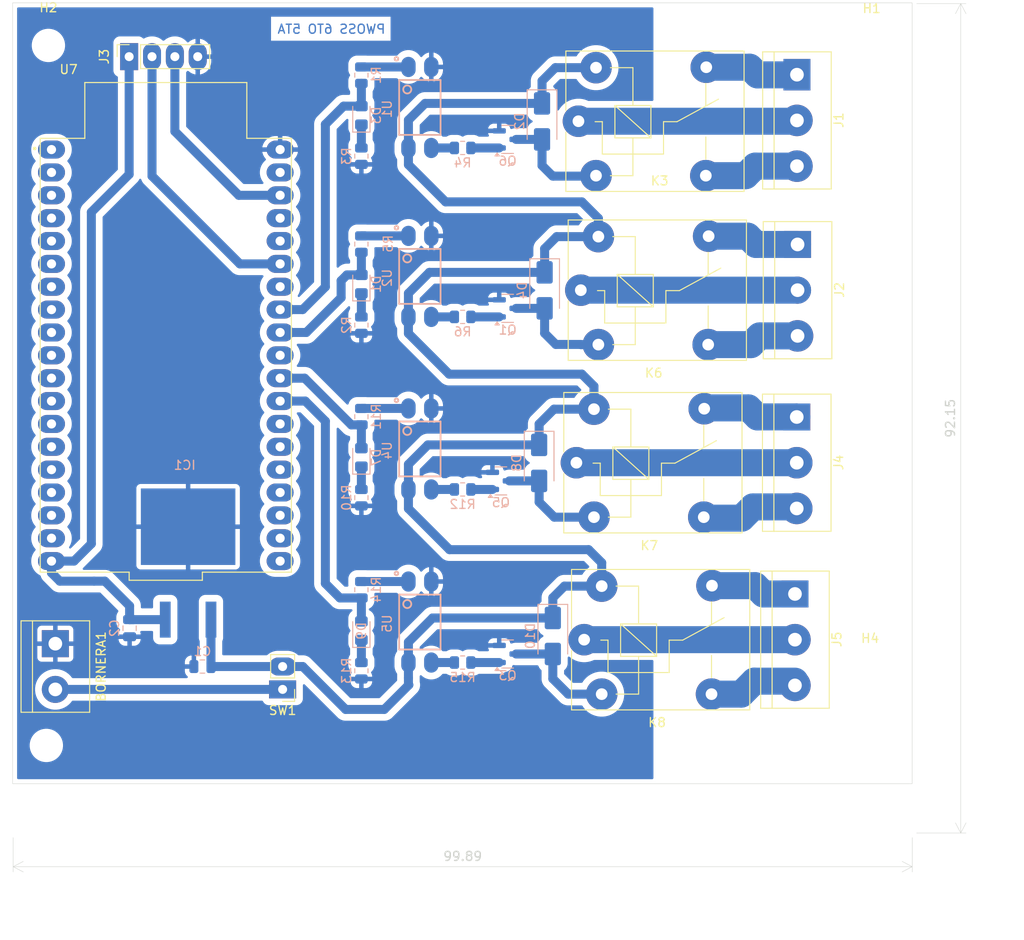
<source format=kicad_pcb>
(kicad_pcb (version 20241229) (generator "pcbnew") (generator_version "9.0")
  (layers (0 "F.Cu" signal) (2 "B.Cu" signal) (13 "F.Paste" user) (15 "B.Paste" user) (5 "F.SilkS" user "F.Silkscreen") (7 "B.SilkS" user "B.Silkscreen") (1 "F.Mask" user) (3 "B.Mask" user) (25 "Edge.Cuts" user))
  (net 0 "")
  (net 1 "Net-(BORNERA1-Pin_2)")
  (net 2 "GND")
  (net 3 "VCC")
  (net 4 "+5V")
  (net 5 "Net-(D1-K)")
  (net 6 "Net-(D2-A)")
  (net 7 "Net-(D3-K)")
  (net 8 "Net-(D4-A)")
  (net 9 "Net-(D7-K)")
  (net 10 "Net-(D8-A)")
  (net 11 "Net-(D9-K)")
  (net 12 "Net-(D10-A)")
  (net 13 "PIN12")
  (net 14 "PIN11")
  (net 15 "PIN1")
  (net 16 "PIN3")
  (net 17 "PIN2")
  (net 18 "Net-(Q1-B)")
  (net 19 "Net-(U1-A)")
  (net 20 "Net-(U1-ET)")
  (net 21 "Net-(U2-A)")
  (net 22 "Net-(U2-ET)")
  (net 23 "Net-(U4-A)")
  (net 24 "Net-(U4-ET)")
  (net 25 "Net-(U5-A)")
  (net 26 "Net-(U5-ET)")
  (net 55 "PIN4")
  (net 56 "PIN5")
  (net 57 "PIN6")
  (net 58 "PIN9")
  (net 59 "PIN7")
  (net 60 "PIN8")
  (net 61 "PIN10")
  (net 64 "RELE-2")
  (net 65 "RELE-4")
  (net 66 "RELE-1")
  (net 67 "RELE-3")
  (net 68 "PIN-2")
  (net 69 "PIN-1")
  (net 70 "Net-(Q3-B)")
  (net 71 "Net-(Q5-B)")
  (net 72 "Net-(Q6-B)")
  (footprint "TerminalBlock:TerminalBlock_bornier-3_P5.08mm" (layer "F.Cu") (at 133.96 67.34 -90)
    (property "Reference" "J2" (at 5.05 -4.65 90) (layer "F.SilkS"))
    (property "Value" "BORNERA")
    (pad "1" thru_hole rect (at 0 0 270) (size 3 3) (drill 1.52) (layers "*.Cu" "*.Mask") (net 55 "PIN4"))
    (pad "2" thru_hole circle (at 5.08 0 270) (size 3 3) (drill 1.52) (layers "*.Cu" "*.Mask") (net 56 "PIN5"))
    (pad "3" thru_hole circle (at 10.16 0 270) (size 3.5 3.5) (drill 1.52) (layers "*.Cu" "*.Mask") (net 57 "PIN6"))
  )
  (footprint "TerminalBlock:TerminalBlock_bornier-3_P5.08mm" (layer "F.Cu") (at 133.87 86.51 -90)
    (property "Reference" "J4" (at 5.05 -4.65 90) (layer "F.SilkS"))
    (property "Value" "BORNERA")
    (pad "1" thru_hole rect (at 0 0 270) (size 3 3) (drill 1.52) (layers "*.Cu" "*.Mask") (net 59 "PIN7"))
    (pad "2" thru_hole circle (at 5.08 0 270) (size 3.5 3.5) (drill 1.52) (layers "*.Cu" "*.Mask") (net 60 "PIN8"))
    (pad "3" thru_hole circle (at 10.16 0 270) (size 3.5 3.5) (drill 1.52) (layers "*.Cu" "*.Mask") (net 58 "PIN9"))
  )
  (footprint "TerminalBlock:TerminalBlock_bornier-3_P5.08mm" (layer "F.Cu") (at 133.8925 48.48 -90)
    (property "Reference" "J1" (at 5.05 -4.65 90) (layer "F.SilkS"))
    (property "Value" "BORNERA")
    (pad "1" thru_hole rect (at 0 0 270) (size 3.5 3) (drill 1.52) (layers "*.Cu" "*.Mask") (net 15 "PIN1"))
    (pad "2" thru_hole circle (at 5.08 0 270) (size 3.5 3.5) (drill 1.52) (layers "*.Cu" "*.Mask") (net 17 "PIN2"))
    (pad "3" thru_hole circle (at 10.16 0 270) (size 3.5 3.5) (drill 1.52) (layers "*.Cu" "*.Mask") (net 16 "PIN3"))
  )
  (footprint "Relay_THT:Relay_SPDT_SANYOU_SRD_Series_Form_C" (layer "F.Cu") (at 109.88 72.42)
    (property "Reference" "K6" (at 8.1 9.2 0) (layer "F.SilkS"))
    (property "Value" "SANYOU_SRD_Form_C")
    (pad "1" thru_hole circle (at 0 0 90) (size 3.5 3.5) (drill 1.3) (layers "*.Cu" "*.Mask") (net 56 "PIN5"))
    (pad "2" thru_hole circle (at 1.95 6.05 90) (size 3.5 3.5) (drill 1.3) (layers "*.Cu" "*.Mask") (net 8 "Net-(D4-A)"))
    (pad "3" thru_hole circle (at 14.15 6.05 90) (size 3.5 3.5) (drill 1.3) (layers "*.Cu" "*.Mask") (net 57 "PIN6"))
    (pad "4" thru_hole circle (at 14.2 -6 90) (size 3.5 3.5) (drill 1.3) (layers "*.Cu" "*.Mask") (net 55 "PIN4"))
    (pad "5" thru_hole circle (at 1.95 -5.95 90) (size 3.5 3.5) (drill 1.3) (layers "*.Cu" "*.Mask") (net 3 "VCC"))
  )
  (footprint "MountingHole:MountingHole_3.2mm_M3" (layer "F.Cu") (at 142.19 45.32)
    (property "Reference" "H1" (at 0 -4.2 0) (layer "F.SilkS"))
    (property "Value" "MountingHole")
    (pad "" np_thru_hole circle (at 0 0) (size 3.2 3.2) (drill 3.2) (layers "*.Cu" "*.Mask"))
  )
  (footprint "Relay_THT:Relay_SPDT_SANYOU_SRD_Series_Form_C" (layer "F.Cu") (at 109.39 91.59)
    (property "Reference" "K7" (at 8.1 9.2 0) (layer "F.SilkS"))
    (property "Value" "SANYOU_SRD_Form_C")
    (pad "1" thru_hole circle (at 0 0 90) (size 3.5 3.5) (drill 1.3) (layers "*.Cu" "*.Mask") (net 60 "PIN8"))
    (pad "2" thru_hole circle (at 1.95 6.05 90) (size 3.5 3.5) (drill 1.3) (layers "*.Cu" "*.Mask") (net 10 "Net-(D8-A)"))
    (pad "3" thru_hole circle (at 14.15 6.05 90) (size 3.5 3.5) (drill 1.3) (layers "*.Cu" "*.Mask") (net 58 "PIN9"))
    (pad "4" thru_hole circle (at 14.2 -6 90) (size 3.5 3.5) (drill 1.3) (layers "*.Cu" "*.Mask") (net 59 "PIN7"))
    (pad "5" thru_hole circle (at 1.95 -5.95 90) (size 3.5 3.5) (drill 1.3) (layers "*.Cu" "*.Mask") (net 3 "VCC"))
  )
  (footprint "Relay_THT:Relay_SPDT_SANYOU_SRD_Series_Form_C" (layer "F.Cu") (at 109.6175 53.65)
    (property "Reference" "K3" (at 9.02 6.62 0) (layer "F.SilkS"))
    (property "Value" "SANYOU_SRD_Form_C")
    (pad "1" thru_hole circle (at 0 0 90) (size 3.5 3.5) (drill 1.3) (layers "*.Cu" "*.Mask") (net 17 "PIN2"))
    (pad "2" thru_hole circle (at 1.95 6.05 90) (size 3.5 3.5) (drill 1.3) (layers "*.Cu" "*.Mask") (net 6 "Net-(D2-A)"))
    (pad "3" thru_hole circle (at 14.15 6.05 90) (size 3.5 3.5) (drill 1.3) (layers "*.Cu" "*.Mask") (net 16 "PIN3"))
    (pad "4" thru_hole circle (at 14.2 -6 90) (size 3.5 3.5) (drill 1.3) (layers "*.Cu" "*.Mask") (net 15 "PIN1"))
    (pad "5" thru_hole circle (at 1.95 -5.95 90) (size 3.5 3.5) (drill 1.3) (layers "*.Cu" "*.Mask") (net 3 "VCC"))
  )
  (footprint "TerminalBlock:TerminalBlock_bornier-2_P5.08mm" (layer "F.Cu") (at 51.5 111.695 -90)
    (property "Reference" "BORNERA1" (at 2.54 -5.08 90) (layer "F.SilkS"))
    (property "Value" "~")
    (pad "1" thru_hole rect (at 0 0 270) (size 3 3) (drill 1.52) (layers "*.Cu" "*.Mask") (net 2 "GND"))
    (pad "2" thru_hole circle (at 5.08 0 270) (size 3 3) (drill 1.52) (layers "*.Cu" "*.Mask") (net 1 "Net-(BORNERA1-Pin_2)"))
  )
  (footprint "ESP32:MODULE_ESP32-DEVKITC" (layer "F.Cu") (at 63.7725 79.65)
    (property "Reference" "U7" (at -10.795 -31.75 0) (layer "F.SilkS"))
    (property "Value" "ESP32-DEVKITC")
    (pad "1" thru_hole oval (at -12.7 -22.85) (size 3 2) (drill 1.02) (layers "*.Cu" "*.Mask"))
    (pad "2" thru_hole oval (at -12.7 -20.31) (size 3 2) (drill 1.02) (layers "*.Cu" "*.Mask"))
    (pad "3" thru_hole oval (at -12.7 -17.77) (size 3 2) (drill 1.02) (layers "*.Cu" "*.Mask"))
    (pad "4" thru_hole oval (at -12.7 -15.23) (size 3 2) (drill 1.02) (layers "*.Cu" "*.Mask"))
    (pad "5" thru_hole oval (at -12.7 -12.69) (size 3 2) (drill 1.02) (layers "*.Cu" "*.Mask"))
    (pad "6" thru_hole oval (at -12.7 -10.15) (size 3 2) (drill 1.02) (layers "*.Cu" "*.Mask"))
    (pad "7" thru_hole oval (at -12.7 -7.61) (size 3 2) (drill 1.02) (layers "*.Cu" "*.Mask"))
    (pad "8" thru_hole oval (at -12.7 -5.07) (size 3 2) (drill 1.02) (layers "*.Cu" "*.Mask"))
    (pad "9" thru_hole oval (at -12.7 -2.53) (size 3 2) (drill 1.02) (layers "*.Cu" "*.Mask"))
    (pad "10" thru_hole oval (at -12.7 0.01) (size 3 2) (drill 1.02) (layers "*.Cu" "*.Mask"))
    (pad "11" thru_hole oval (at -12.7 2.55) (size 3 2) (drill 1.02) (layers "*.Cu" "*.Mask"))
    (pad "12" thru_hole oval (at -12.7 5.09) (size 3 2) (drill 1.02) (layers "*.Cu" "*.Mask"))
    (pad "13" thru_hole oval (at -12.7 7.63) (size 3 2) (drill 1.02) (layers "*.Cu" "*.Mask"))
    (pad "14" thru_hole oval (at -12.7 10.17) (size 3 2) (drill 1.02) (layers "*.Cu" "*.Mask"))
    (pad "15" thru_hole oval (at -12.7 12.71) (size 3 2) (drill 1.02) (layers "*.Cu" "*.Mask"))
    (pad "16" thru_hole oval (at -12.7 15.25) (size 3 2) (drill 1.02) (layers "*.Cu" "*.Mask"))
    (pad "17" thru_hole oval (at -12.7 17.79) (size 3 2) (drill 1.02) (layers "*.Cu" "*.Mask"))
    (pad "18" thru_hole oval (at -12.7 20.33) (size 3 2) (drill 1.02) (layers "*.Cu" "*.Mask"))
    (pad "19" thru_hole oval (at -12.7 22.87) (size 3 2) (drill 1.02) (layers "*.Cu" "*.Mask") (net 4 "+5V"))
    (pad "20" thru_hole oval (at 12.7 22.87) (size 3 2) (drill 1.02) (layers "*.Cu" "*.Mask"))
    (pad "21" thru_hole oval (at 12.7 20.33) (size 3 2) (drill 1.02) (layers "*.Cu" "*.Mask"))
    (pad "22" thru_hole oval (at 12.7 17.79) (size 3 2) (drill 1.02) (layers "*.Cu" "*.Mask"))
    (pad "23" thru_hole oval (at 12.7 15.25) (size 3 2) (drill 1.02) (layers "*.Cu" "*.Mask"))
    (pad "24" thru_hole oval (at 12.7 12.71) (size 3 2) (drill 1.02) (layers "*.Cu" "*.Mask"))
    (pad "25" thru_hole oval (at 12.7 10.17) (size 3 2) (drill 1.02) (layers "*.Cu" "*.Mask"))
    (pad "26" thru_hole oval (at 12.7 7.63) (size 3 2) (drill 1.02) (layers "*.Cu" "*.Mask"))
    (pad "27" thru_hole oval (at 12.7 5.09) (size 3 2) (drill 1.02) (layers "*.Cu" "*.Mask") (net 67 "RELE-3"))
    (pad "28" thru_hole oval (at 12.7 2.55) (size 3 2) (drill 1.02) (layers "*.Cu" "*.Mask") (net 66 "RELE-1"))
    (pad "29" thru_hole oval (at 12.7 0.01) (size 3 2) (drill 1.02) (layers "*.Cu" "*.Mask"))
    (pad "30" thru_hole oval (at 12.7 -2.53) (size 3 2) (drill 1.02) (layers "*.Cu" "*.Mask") (net 64 "RELE-2"))
    (pad "31" thru_hole oval (at 12.7 -5.07) (size 3 2) (drill 1.02) (layers "*.Cu" "*.Mask") (net 65 "RELE-4"))
    (pad "32" thru_hole oval (at 12.7 -7.61) (size 3 2) (drill 1.02) (layers "*.Cu" "*.Mask"))
    (pad "33" thru_hole oval (at 12.7 -10.15) (size 3 2) (drill 1.02) (layers "*.Cu" "*.Mask") (net 68 "PIN-2"))
    (pad "34" thru_hole oval (at 12.7 -12.69) (size 3 2) (drill 1.02) (layers "*.Cu" "*.Mask"))
    (pad "35" thru_hole oval (at 12.7 -15.23) (size 3 2) (drill 1.02) (layers "*.Cu" "*.Mask"))
    (pad "36" thru_hole oval (at 12.7 -17.77) (size 3 2) (drill 1.02) (layers "*.Cu" "*.Mask") (net 69 "PIN-1"))
    (pad "37" thru_hole oval (at 12.7 -20.31) (size 3 2) (drill 1.02) (layers "*.Cu" "*.Mask"))
    (pad "38" thru_hole oval (at 12.7 -22.85) (size 3 2) (drill 1.02) (layers "*.Cu" "*.Mask") (net 2 "GND"))
  )
  (footprint "MountingHole:MountingHole_3.2mm_M3" (layer "F.Cu") (at 50.73 45.23)
    (property "Reference" "H2" (at 0 -4.2 0) (layer "F.SilkS"))
    (property "Value" "MountingHole")
    (pad "" np_thru_hole circle (at 0 0) (size 3.2 3.2) (drill 3.2) (layers "*.Cu" "*.Mask"))
  )
  (footprint "TerminalBlock:TerminalBlock_bornier-3_P5.08mm" (layer "F.Cu") (at 133.6725 106.17 -90)
    (property "Reference" "J5" (at 5.05 -4.65 90) (layer "F.SilkS"))
    (property "Value" "BORNERA")
    (pad "1" thru_hole rect (at 0 0 270) (size 3 3) (drill 1.52) (layers "*.Cu" "*.Mask") (net 61 "PIN10"))
    (pad "2" thru_hole circle (at 5.08 0 270) (size 3.5 3.5) (drill 1.52) (layers "*.Cu" "*.Mask") (net 14 "PIN11"))
    (pad "3" thru_hole circle (at 10.16 0 270) (size 3.5 3.5) (drill 1.52) (layers "*.Cu" "*.Mask") (net 13 "PIN12"))
  )
  (footprint "MountingHole:MountingHole_3.2mm_M3" (layer "F.Cu") (at 142.25 123)
    (property "Reference" "H4" (at -0.23 -11.9 0) (layer "F.SilkS"))
    (property "Value" "MountingHole")
    (pad "" np_thru_hole circle (at 0 0) (size 3.2 3.2) (drill 3.2) (layers "*.Cu" "*.Mask"))
  )
  (footprint "Connector_PinHeader_2.54mm:PinHeader_1x02_P2.54mm_Vertical" (layer "F.Cu") (at 76.75 116.775 180)
    (property "Reference" "SW1" (at 0 -2.33 0) (layer "F.SilkS"))
    (property "Value" "SWITCH")
    (pad "1" thru_hole rect (at 0 0 180) (size 3 2) (drill 1) (layers "*.Cu" "*.Mask") (net 1 "Net-(BORNERA1-Pin_2)"))
    (pad "2" thru_hole oval (at 0 2.54 180) (size 3 2) (drill 1) (layers "*.Cu" "*.Mask") (net 3 "VCC"))
  )
  (footprint "Connector_PinSocket_2.54mm:PinSocket_1x04_P2.54mm_Vertical" (layer "F.Cu") (at 59.7 46.475 90)
    (property "Reference" "J3" (at 0 -2.77 90) (layer "F.SilkS"))
    (property "Value" "Conn_01x04_Pin")
    (pad "1" thru_hole rect (at 0 0 90) (size 3 2) (drill 1) (layers "*.Cu" "*.Mask") (net 4 "+5V"))
    (pad "2" thru_hole oval (at 0 2.54 90) (size 3 2) (drill 1) (layers "*.Cu" "*.Mask") (net 68 "PIN-2"))
    (pad "3" thru_hole oval (at 0 5.08 90) (size 3 2) (drill 1) (layers "*.Cu" "*.Mask") (net 69 "PIN-1"))
    (pad "4" thru_hole oval (at 0 7.62 90) (size 3 2) (drill 1) (layers "*.Cu" "*.Mask") (net 2 "GND"))
  )
  (footprint "MountingHole:MountingHole_3.2mm_M3" (layer "F.Cu") (at 50.5 123)
    (property "Reference" "H3" (at 0.09 -0.65 0) (layer "F.SilkS"))
    (property "Value" "MountingHole")
    (pad "" np_thru_hole circle (at 0 0) (size 3.2 3.2) (drill 3.2) (layers "*.Cu" "*.Mask"))
  )
  (footprint "Relay_THT:Relay_SPDT_SANYOU_SRD_Series_Form_C" (layer "F.Cu") (at 110.25 111.25)
    (property "Reference" "K8" (at 8.1 9.2 0) (layer "F.SilkS"))
    (property "Value" "SANYOU_SRD_Form_C")
    (pad "1" thru_hole circle (at 0 0 90) (size 3.5 3.5) (drill 1.3) (layers "*.Cu" "*.Mask") (net 14 "PIN11"))
    (pad "2" thru_hole circle (at 1.95 6.05 90) (size 3.5 3.5) (drill 1.3) (layers "*.Cu" "*.Mask") (net 12 "Net-(D10-A)"))
    (pad "3" thru_hole circle (at 14.15 6.05 90) (size 3.5 3.5) (drill 1.3) (layers "*.Cu" "*.Mask") (net 13 "PIN12"))
    (pad "4" thru_hole circle (at 14.2 -6 90) (size 3.5 3.5) (drill 1.3) (layers "*.Cu" "*.Mask") (net 61 "PIN10"))
    (pad "5" thru_hole circle (at 1.95 -5.95 90) (size 3.5 3.5) (drill 1.3) (layers "*.Cu" "*.Mask") (net 3 "VCC"))
  )
  (footprint "Resistor_SMD:R_0805_2012Metric" (layer "B.Cu") (at 85.5 114.7025 -90)
    (property "Reference" "R13" (at 0 1.65 90) (layer "B.SilkS") (effects (justify mirror)))
    (property "Value" "R")
    (pad "1" smd roundrect (at -0.9125 0 270) (size 1.025 1.4) (layers "B.Cu" "B.Mask" "B.Paste") (roundrect_rratio 0.243902) (net 11 "Net-(D9-K)"))
    (pad "2" smd roundrect (at 0.9125 0 270) (size 1.025 1.4) (layers "B.Cu" "B.Mask" "B.Paste") (roundrect_rratio 0.243902) (net 2 "GND"))
  )
  (footprint "Resistor_SMD:R_0805_2012Metric" (layer "B.Cu") (at 85.5 95.4725 -90)
    (property "Reference" "R10" (at 0 1.65 90) (layer "B.SilkS") (effects (justify mirror)))
    (property "Value" "R")
    (pad "1" smd roundrect (at -0.9125 0 270) (size 1.025 1.4) (layers "B.Cu" "B.Mask" "B.Paste") (roundrect_rratio 0.243902) (net 9 "Net-(D7-K)"))
    (pad "2" smd roundrect (at 0.9125 0 270) (size 1.025 1.4) (layers "B.Cu" "B.Mask" "B.Paste") (roundrect_rratio 0.243902) (net 2 "GND"))
  )
  (footprint "Package_TO_SOT_SMD:SOT-23" (layer "B.Cu") (at 101 93.61)
    (property "Reference" "Q5" (at 0 2.4 0) (layer "B.SilkS") (effects (justify mirror)))
    (property "Value" "MMBT2222A")
    (pad "1" smd roundrect (at -0.9375 0.95) (size 1.475 0.6) (layers "B.Cu" "B.Mask" "B.Paste") (net 71 "Net-(Q5-B)"))
    (pad "2" smd roundrect (at -0.9375 -0.95) (size 1.475 0.6) (layers "B.Cu" "B.Mask" "B.Paste") (net 2 "GND"))
    (pad "3" smd roundrect (at 0.9375 0) (size 1.475 0.6) (layers "B.Cu" "B.Mask" "B.Paste") (net 10 "Net-(D8-A)"))
  )
  (footprint "Package_TO_SOT_SMD:SOT-23" (layer "B.Cu") (at 101.75 55.67)
    (property "Reference" "Q6" (at 0 2.4 0) (layer "B.SilkS") (effects (justify mirror)))
    (property "Value" "MMBT2222A")
    (pad "1" smd roundrect (at -0.9375 0.95) (size 1.475 0.6) (layers "B.Cu" "B.Mask" "B.Paste") (net 72 "Net-(Q6-B)"))
    (pad "2" smd roundrect (at -0.9375 -0.95) (size 1.475 0.6) (layers "B.Cu" "B.Mask" "B.Paste") (net 2 "GND"))
    (pad "3" smd roundrect (at 0.9375 0) (size 1.475 0.6) (layers "B.Cu" "B.Mask" "B.Paste") (net 6 "Net-(D2-A)"))
  )
  (footprint "PC817:SOT254P1025X400-4N" (layer "B.Cu") (at 91.9975 52.12 -90)
    (property "Reference" "U1" (at 0.175155 3.638415 90) (layer "B.SilkS") (effects (font (size 1.000937 1.000937)) (justify mirror)))
    (property "Value" "PC81713NIP0X")
    (pad "1" smd oval (at -4.5 1.27 270) (size 2.25 1.6) (layers "B.Cu" "B.Mask" "B.Paste") (net 19 "Net-(U1-A)"))
    (pad "2" smd oval (at -4.5 -1.27 270) (size 2.25 1.6) (layers "B.Cu" "B.Mask" "B.Paste") (net 2 "GND"))
    (pad "3" smd oval (at 4.5 -1.27 270) (size 2.25 1.6) (layers "B.Cu" "B.Mask" "B.Paste") (net 20 "Net-(U1-ET)"))
    (pad "4" smd oval (at 4.5 1.27 270) (size 2.25 1.6) (layers "B.Cu" "B.Mask" "B.Paste") (net 3 "VCC"))
  )
  (footprint "PC817:SOT254P1025X400-4N" (layer "B.Cu") (at 91.9975 70.89 -90)
    (property "Reference" "U2" (at 0.175155 3.638415 90) (layer "B.SilkS") (effects (font (size 1.000937 1.000937)) (justify mirror)))
    (property "Value" "PC81713NIP0X")
    (pad "1" smd oval (at -4.5 1.27 270) (size 2.25 1.6) (layers "B.Cu" "B.Mask" "B.Paste") (net 21 "Net-(U2-A)"))
    (pad "2" smd oval (at -4.5 -1.27 270) (size 2.25 1.6) (layers "B.Cu" "B.Mask" "B.Paste") (net 2 "GND"))
    (pad "3" smd oval (at 4.5 -1.27 270) (size 2.25 1.6) (layers "B.Cu" "B.Mask" "B.Paste") (net 22 "Net-(U2-ET)"))
    (pad "4" smd oval (at 4.5 1.27 270) (size 2.25 1.6) (layers "B.Cu" "B.Mask" "B.Paste") (net 3 "VCC"))
  )
  (footprint "Diode_SMD:D_SMA" (layer "B.Cu") (at 106.77 110.84 -90)
    (property "Reference" "D10" (at 0 2.5 90) (layer "B.SilkS") (effects (justify mirror)))
    (property "Value" "D")
    (pad "1" smd roundrect (at -2 0 270) (size 2.5 1.8) (layers "B.Cu" "B.Mask" "B.Paste") (roundrect_rratio 0.1388888889) (net 3 "VCC"))
    (pad "2" smd roundrect (at 2 0 270) (size 2.5 1.8) (layers "B.Cu" "B.Mask" "B.Paste") (roundrect_rratio 0.1388888889) (net 12 "Net-(D10-A)"))
  )
  (footprint "LED_SMD:LED_0805_2012Metric_Pad1.15x1.40mm_HandSolder" (layer "B.Cu") (at 85.5 110.25 90)
    (property "Reference" "D9" (at -0.0225 0 270) (layer "B.SilkS") (effects (justify mirror)))
    (property "Value" "LED")
    (pad "1" smd roundrect (at -1.025 0 90) (size 1.15 1.4) (layers "B.Cu" "B.Mask" "B.Paste") (roundrect_rratio 0.217391) (net 11 "Net-(D9-K)"))
    (pad "2" smd roundrect (at 1.025 0 90) (size 1.15 1.4) (layers "B.Cu" "B.Mask" "B.Paste") (roundrect_rratio 0.217391) (net 67 "RELE-3"))
  )
  (footprint "LED_SMD:LED_0805_2012Metric_Pad1.15x1.40mm_HandSolder" (layer "B.Cu") (at 85.5 53 90)
    (property "Reference" "D3" (at 0 1.65 90) (layer "B.SilkS") (effects (justify mirror)))
    (property "Value" "LED")
    (pad "1" smd roundrect (at -1.025 0 90) (size 1.15 1.4) (layers "B.Cu" "B.Mask" "B.Paste") (roundrect_rratio 0.217391) (net 7 "Net-(D3-K)"))
    (pad "2" smd roundrect (at 1.025 0 90) (size 1.15 1.4) (layers "B.Cu" "B.Mask" "B.Paste") (roundrect_rratio 0.217391) (net 65 "RELE-4"))
  )
  (footprint "Resistor_SMD:R_0805_2012Metric" (layer "B.Cu") (at 96.75 56.62)
    (property "Reference" "R4" (at 0 1.65 0) (layer "B.SilkS") (effects (justify mirror)))
    (property "Value" "R")
    (pad "1" smd roundrect (at -0.9125 0) (size 1.025 1.4) (layers "B.Cu" "B.Mask" "B.Paste") (roundrect_rratio 0.243902) (net 20 "Net-(U1-ET)"))
    (pad "2" smd roundrect (at 0.9125 0) (size 1.025 1.4) (layers "B.Cu" "B.Mask" "B.Paste") (roundrect_rratio 0.243902) (net 72 "Net-(Q6-B)"))
  )
  (footprint "Package_TO_SOT_SMD:SOT-23" (layer "B.Cu") (at 101.75 74.44)
    (property "Reference" "Q1" (at 0 2.4 0) (layer "B.SilkS") (effects (justify mirror)))
    (property "Value" "MMBT2222A")
    (pad "1" smd roundrect (at -0.9375 0.95) (size 1.475 0.6) (layers "B.Cu" "B.Mask" "B.Paste") (net 18 "Net-(Q1-B)"))
    (pad "2" smd roundrect (at -0.9375 -0.95) (size 1.475 0.6) (layers "B.Cu" "B.Mask" "B.Paste") (net 2 "GND"))
    (pad "3" smd roundrect (at 0.9375 0) (size 1.475 0.6) (layers "B.Cu" "B.Mask" "B.Paste") (net 8 "Net-(D4-A)"))
  )
  (footprint "Diode_SMD:D_SMA" (layer "B.Cu") (at 105.86 72.44 -90)
    (property "Reference" "D4" (at 0 2.5 90) (layer "B.SilkS") (effects (justify mirror)))
    (property "Value" "D")
    (pad "1" smd roundrect (at -2 0 270) (size 2.5 1.8) (layers "B.Cu" "B.Mask" "B.Paste") (roundrect_rratio 0.1388888889) (net 3 "VCC"))
    (pad "2" smd roundrect (at 2 0 270) (size 2.5 1.8) (layers "B.Cu" "B.Mask" "B.Paste") (roundrect_rratio 0.1388888889) (net 8 "Net-(D4-A)"))
  )
  (footprint "Resistor_SMD:R_0805_2012Metric" (layer "B.Cu") (at 85.5 105.7025 90)
    (property "Reference" "R14" (at 0 1.65 90) (layer "B.SilkS") (effects (justify mirror)))
    (property "Value" "R")
    (pad "1" smd roundrect (at -0.9125 0 90) (size 1.025 1.4) (layers "B.Cu" "B.Mask" "B.Paste") (roundrect_rratio 0.243902) (net 67 "RELE-3"))
    (pad "2" smd roundrect (at 0.9125 0 90) (size 1.025 1.4) (layers "B.Cu" "B.Mask" "B.Paste") (roundrect_rratio 0.243902) (net 25 "Net-(U5-A)"))
  )
  (footprint "Resistor_SMD:R_0805_2012Metric" (layer "B.Cu") (at 96.75 94.56)
    (property "Reference" "R12" (at 0 1.65 0) (layer "B.SilkS") (effects (justify mirror)))
    (property "Value" "R")
    (pad "1" smd roundrect (at -0.9125 0) (size 1.025 1.4) (layers "B.Cu" "B.Mask" "B.Paste") (roundrect_rratio 0.243902) (net 24 "Net-(U4-ET)"))
    (pad "2" smd roundrect (at 0.9125 0) (size 1.025 1.4) (layers "B.Cu" "B.Mask" "B.Paste") (roundrect_rratio 0.243902) (net 71 "Net-(Q5-B)"))
  )
  (footprint "Package_TO_SOT_SMD:SOT-23" (layer "B.Cu") (at 101.75 112.84)
    (property "Reference" "Q3" (at 0 2.4 0) (layer "B.SilkS") (effects (justify mirror)))
    (property "Value" "MMBT2222A")
    (pad "1" smd roundrect (at -0.9375 0.95) (size 1.475 0.6) (layers "B.Cu" "B.Mask" "B.Paste") (net 70 "Net-(Q3-B)"))
    (pad "2" smd roundrect (at -0.9375 -0.95) (size 1.475 0.6) (layers "B.Cu" "B.Mask" "B.Paste") (net 2 "GND"))
    (pad "3" smd roundrect (at 0.9375 0) (size 1.475 0.6) (layers "B.Cu" "B.Mask" "B.Paste") (net 12 "Net-(D10-A)"))
  )
  (footprint "PC817:SOT254P1025X400-4N" (layer "B.Cu") (at 91.9975 109.29 -90)
    (property "Reference" "U5" (at 0.175155 3.638415 90) (layer "B.SilkS") (effects (font (size 1.000937 1.000937)) (justify mirror)))
    (property "Value" "PC81713NIP0X")
    (pad "1" smd oval (at -4.5 1.27 270) (size 2.25 1.6) (layers "B.Cu" "B.Mask" "B.Paste") (net 25 "Net-(U5-A)"))
    (pad "2" smd oval (at -4.5 -1.27 270) (size 2.25 1.6) (layers "B.Cu" "B.Mask" "B.Paste") (net 2 "GND"))
    (pad "3" smd oval (at 4.5 -1.27 270) (size 2.25 1.6) (layers "B.Cu" "B.Mask" "B.Paste") (net 26 "Net-(U5-ET)"))
    (pad "4" smd oval (at 4.5 1.27 270) (size 2.25 1.6) (layers "B.Cu" "B.Mask" "B.Paste") (net 3 "VCC"))
  )
  (footprint "Capacitor_SMD:C_0805_2012Metric" (layer "B.Cu") (at 67.84 114.235 180)
    (property "Reference" "C1" (at 0 1.68 0) (layer "B.SilkS") (effects (justify mirror)))
    (property "Value" "0.1uF")
    (pad "1" smd roundrect (at -0.95 0 180) (size 1 1.45) (layers "B.Cu" "B.Mask" "B.Paste") (net 3 "VCC"))
    (pad "2" smd roundrect (at 0.95 0 180) (size 1 1.45) (layers "B.Cu" "B.Mask" "B.Paste") (net 2 "GND"))
  )
  (footprint "Resistor_SMD:R_0805_2012Metric" (layer "B.Cu") (at 85.5 86.4725 90)
    (property "Reference" "R11" (at 0 1.65 90) (layer "B.SilkS") (effects (justify mirror)))
    (property "Value" "R")
    (pad "1" smd roundrect (at -0.9125 0 90) (size 1.025 1.4) (layers "B.Cu" "B.Mask" "B.Paste") (roundrect_rratio 0.243902) (net 66 "RELE-1"))
    (pad "2" smd roundrect (at 0.9125 0 90) (size 1.025 1.4) (layers "B.Cu" "B.Mask" "B.Paste") (roundrect_rratio 0.243902) (net 23 "Net-(U4-A)"))
  )
  (footprint "LED_SMD:LED_0805_2012Metric_Pad1.15x1.40mm_HandSolder" (layer "B.Cu") (at 85.5 91 90)
    (property "Reference" "D7" (at 0 1.65 270) (layer "B.SilkS") (effects (justify mirror)))
    (property "Value" "LED")
    (pad "1" smd roundrect (at -1.025 0 90) (size 1.15 1.4) (layers "B.Cu" "B.Mask" "B.Paste") (roundrect_rratio 0.217391) (net 9 "Net-(D7-K)"))
    (pad "2" smd roundrect (at 1.025 0 90) (size 1.15 1.4) (layers "B.Cu" "B.Mask" "B.Paste") (roundrect_rratio 0.217391) (net 66 "RELE-1"))
  )
  (footprint "Resistor_SMD:R_0805_2012Metric" (layer "B.Cu") (at 85.5 48.5325 90)
    (property "Reference" "R1" (at 0 1.65 90) (layer "B.SilkS") (effects (justify mirror)))
    (property "Value" "R")
    (pad "1" smd roundrect (at -0.9125 0 90) (size 1.025 1.4) (layers "B.Cu" "B.Mask" "B.Paste") (roundrect_rratio 0.243902) (net 65 "RELE-4"))
    (pad "2" smd roundrect (at 0.9125 0 90) (size 1.025 1.4) (layers "B.Cu" "B.Mask" "B.Paste") (roundrect_rratio 0.243902) (net 19 "Net-(U1-A)"))
  )
  (footprint "Diode_SMD:D_SMA" (layer "B.Cu") (at 105.25 91.61 -90)
    (property "Reference" "D8" (at 0 2.5 90) (layer "B.SilkS") (effects (justify mirror)))
    (property "Value" "D")
    (pad "1" smd roundrect (at -2 0 270) (size 2.5 1.8) (layers "B.Cu" "B.Mask" "B.Paste") (roundrect_rratio 0.1388888889) (net 3 "VCC"))
    (pad "2" smd roundrect (at 2 0 270) (size 2.5 1.8) (layers "B.Cu" "B.Mask" "B.Paste") (roundrect_rratio 0.1388888889) (net 10 "Net-(D8-A)"))
  )
  (footprint "7805 smd:MC7805CD2TG" (layer "B.Cu") (at 66.25 103 180)
    (property "Reference" "IC1" (at 0.375 11.135 0) (layer "B.SilkS") (effects (justify mirror)))
    (property "Value" "MC7805CD2TG")
    (property "VALUE" "IC_PWRMC7805CD2TG" (hide yes))
    (pad "P$1" smd rect (at 0 4.3 180) (size 10.5 8.5) (layers "B.Cu" "B.Mask" "B.Paste") (net 2 "GND"))
    (pad "P$2" smd rect (at -2.54 -6.023 180) (size 1.2 4) (layers "B.Cu" "B.Mask" "B.Paste") (net 3 "VCC"))
    (pad "P$3" smd rect (at 2.54 -6.023 180) (size 1.2 4) (layers "B.Cu" "B.Mask" "B.Paste") (net 4 "+5V"))
  )
  (footprint "Diode_SMD:D_SMA" (layer "B.Cu") (at 105.57125 53.67 -90)
    (property "Reference" "D2" (at 0 2.5 90) (layer "B.SilkS") (effects (justify mirror)))
    (property "Value" "D")
    (pad "1" smd roundrect (at -2 0 270) (size 2.5 1.8) (layers "B.Cu" "B.Mask" "B.Paste") (roundrect_rratio 0.1388888889) (net 3 "VCC"))
    (pad "2" smd roundrect (at 2 0 270) (size 2.5 1.8) (layers "B.Cu" "B.Mask" "B.Paste") (roundrect_rratio 0.1388888889) (net 6 "Net-(D2-A)"))
  )
  (footprint "Resistor_SMD:R_0805_2012Metric" (layer "B.Cu") (at 85.5 57.5325 -90)
    (property "Reference" "R3" (at 0 1.65 90) (layer "B.SilkS") (effects (justify mirror)))
    (property "Value" "R")
    (pad "1" smd roundrect (at -0.9125 0 270) (size 1.025 1.4) (layers "B.Cu" "B.Mask" "B.Paste") (roundrect_rratio 0.243902) (net 7 "Net-(D3-K)"))
    (pad "2" smd roundrect (at 0.9125 0 270) (size 1.025 1.4) (layers "B.Cu" "B.Mask" "B.Paste") (roundrect_rratio 0.243902) (net 2 "GND"))
  )
  (footprint "LED_SMD:LED_0805_2012Metric_Pad1.15x1.40mm_HandSolder" (layer "B.Cu") (at 85.5 71.75 90)
    (property "Reference" "D1" (at 0 1.65 270) (layer "B.SilkS") (effects (justify mirror)))
    (property "Value" "LED")
    (pad "1" smd roundrect (at -1.025 0 90) (size 1.15 1.4) (layers "B.Cu" "B.Mask" "B.Paste") (roundrect_rratio 0.217391) (net 5 "Net-(D1-K)"))
    (pad "2" smd roundrect (at 1.025 0 90) (size 1.15 1.4) (layers "B.Cu" "B.Mask" "B.Paste") (roundrect_rratio 0.217391) (net 64 "RELE-2"))
  )
  (footprint "Capacitor_SMD:C_0805_2012Metric" (layer "B.Cu") (at 59.75 109.973 -90)
    (property "Reference" "C2" (at 0 1.68 90) (layer "B.SilkS") (effects (justify mirror)))
    (property "Value" "0.1uF")
    (pad "1" smd roundrect (at -0.95 0 270) (size 1 1.45) (layers "B.Cu" "B.Mask" "B.Paste") (net 4 "+5V"))
    (pad "2" smd roundrect (at 0.95 0 270) (size 1 1.45) (layers "B.Cu" "B.Mask" "B.Paste") (net 2 "GND"))
  )
  (footprint "Resistor_SMD:R_0805_2012Metric" (layer "B.Cu") (at 96.75 75.39)
    (property "Reference" "R6" (at 0 1.65 0) (layer "B.SilkS") (effects (justify mirror)))
    (property "Value" "R" (hide yes))
    (pad "1" smd roundrect (at -0.9125 0) (size 1.025 1.4) (layers "B.Cu" "B.Mask" "B.Paste") (roundrect_rratio 0.243902) (net 22 "Net-(U2-ET)"))
    (pad "2" smd roundrect (at 0.9125 0) (size 1.025 1.4) (layers "B.Cu" "B.Mask" "B.Paste") (roundrect_rratio 0.243902) (net 18 "Net-(Q1-B)"))
  )
  (footprint "Resistor_SMD:R_0805_2012Metric" (layer "B.Cu") (at 85.5 76.3025 -90)
    (property "Reference" "R2" (at 0 1.65 90) (layer "B.SilkS") (effects (justify mirror)))
    (property "Value" "R")
    (pad "1" smd roundrect (at -0.9125 0 270) (size 1.025 1.4) (layers "B.Cu" "B.Mask" "B.Paste") (roundrect_rratio 0.243902) (net 5 "Net-(D1-K)"))
    (pad "2" smd roundrect (at 0.9125 0 270) (size 1.025 1.4) (layers "B.Cu" "B.Mask" "B.Paste") (roundrect_rratio 0.243902) (net 2 "GND"))
  )
  (footprint "Resistor_SMD:R_0805_2012Metric" (layer "B.Cu") (at 85.5 67.3025 90)
    (property "Reference" "R5" (at 0.04 2.98 90) (layer "B.SilkS") (effects (justify mirror)))
    (property "Value" "R")
    (pad "1" smd roundrect (at -0.9125 0 90) (size 1.025 1.4) (layers "B.Cu" "B.Mask" "B.Paste") (roundrect_rratio 0.243902) (net 64 "RELE-2"))
    (pad "2" smd roundrect (at 0.9125 0 90) (size 1.025 1.4) (layers "B.Cu" "B.Mask" "B.Paste") (roundrect_rratio 0.243902) (net 21 "Net-(U2-A)"))
  )
  (footprint "Resistor_SMD:R_0805_2012Metric" (layer "B.Cu") (at 96.75 113.79)
    (property "Reference" "R15" (at 0 1.65 0) (layer "B.SilkS") (effects (justify mirror)))
    (property "Value" "R")
    (pad "1" smd roundrect (at -0.9125 0) (size 1.025 1.4) (layers "B.Cu" "B.Mask" "B.Paste") (roundrect_rratio 0.243902) (net 26 "Net-(U5-ET)"))
    (pad "2" smd roundrect (at 0.9125 0) (size 1.025 1.4) (layers "B.Cu" "B.Mask" "B.Paste") (roundrect_rratio 0.243902) (net 70 "Net-(Q3-B)"))
  )
  (footprint "PC817:SOT254P1025X400-4N" (layer "B.Cu") (at 91.9975 90.06 -90)
    (property "Reference" "U4" (at 0.175155 3.638415 90) (layer "B.SilkS") (effects (font (size 1.000937 1.000937)) (justify mirror)))
    (property "Value" "PC81713NIP0X")
    (pad "1" smd oval (at -4.5 1.27 270) (size 2.25 1.6) (layers "B.Cu" "B.Mask" "B.Paste") (net 23 "Net-(U4-A)"))
    (pad "2" smd oval (at -4.5 -1.27 270) (size 2.25 1.6) (layers "B.Cu" "B.Mask" "B.Paste") (net 2 "GND"))
    (pad "3" smd oval (at 4.5 -1.27 270) (size 2.25 1.6) (layers "B.Cu" "B.Mask" "B.Paste") (net 24 "Net-(U4-ET)"))
    (pad "4" smd oval (at 4.5 1.27 270) (size 2.25 1.6) (layers "B.Cu" "B.Mask" "B.Paste") (net 3 "VCC"))
  )
  (gr_rect (start 46.75 40.5) (end 146.69 127.25) (stroke (width 0.05)) (fill no) (layer "Edge.Cuts"))
  (gr_text "PWOSS 6TO 5TA" (at 88.25 44 0) (layer "B.Cu") (effects (font (size 1 1)) (justify left bottom mirror)))
  (dimension (type orthogonal) (layer "Edge.Cuts") (pts (xy 146.7 40.58) (xy 146.69 132.73)) (height 5.39) (orientation 1) (format (prefix "") (suffix "") (units 3) (units_format 0) (precision 4) (suppress_zeroes yes)) (style (thickness 0.05) (arrow_length 1.27) (text_position_mode 0) (arrow_direction outward) (extension_height 0.58642) (extension_offset 0.5) (keep_text_aligned yes)) (gr_text "92,15" (at 150.94 86.655 90) (layer "Edge.Cuts") (effects (font (size 1 1) (thickness 0.15)))))
  (dimension (type orthogonal) (layer "Edge.Cuts") (pts (xy 146.7 132.74) (xy 46.81 132.74)) (height 3.73) (orientation 0) (format (prefix "") (suffix "") (units 3) (units_format 0) (precision 4) (suppress_zeroes yes)) (style (thickness 0.05) (arrow_length 1.27) (text_position_mode 0) (arrow_direction outward) (extension_height 0.58642) (extension_offset 0.5) (keep_text_aligned yes)) (gr_text "99,89" (at 96.755 135.32 0) (layer "Edge.Cuts") (effects (font (size 1 1) (thickness 0.15)))))
  (segment (start 76.75 116.775) (end 51.5 116.775) (width 1) (layer "B.Cu") (net 1))
  (segment (start 111.34 85.64) (end 111.34 83.09) (width 1) (layer "B.Cu") (net 3))
  (segment (start 90.7275 58.4775) (end 94.86 62.61) (width 1) (layer "B.Cu") (net 3))
  (segment (start 108.06 105.3) (end 112.2 105.3) (width 1) (layer "B.Cu") (net 3))
  (segment (start 90.7275 53.5225) (end 90.7275 56.62) (width 1) (layer "B.Cu") (net 3))
  (segment (start 92.58 51.67) (end 90.7275 53.5225) (width 1) (layer "B.Cu") (net 3))
  (segment (start 76.75 114.235) (end 68.79 114.235) (width 1) (layer "B.Cu") (net 3))
  (segment (start 90.7725 116.2725) (end 90.7275 116.2275) (width 1) (layer "B.Cu") (net 3))
  (segment (start 83.75 119) (end 88.045 119) (width 1) (layer "B.Cu") (net 3))
  (segment (start 78.985 114.235) (end 83.75 119) (width 1) (layer "B.Cu") (net 3))
  (segment (start 90.7275 72.7725) (end 93.06 70.44) (width 1) (layer "B.Cu") (net 3))
  (segment (start 90.7275 56.62) (end 90.7275 58.4775) (width 1) (layer "B.Cu") (net 3))
  (segment (start 105.25 87.29) (end 106.9 85.64) (width 1) (layer "B.Cu") (net 3))
  (segment (start 105.25 89.61) (end 92.89 89.61) (width 1) (layer "B.Cu") (net 3))
  (segment (start 110 62.61) (end 111.83 64.44) (width 1) (layer "B.Cu") (net 3))
  (segment (start 106.77 108.84) (end 106.77 106.59) (width 1) (layer "B.Cu") (net 3))
  (segment (start 90.7275 91.7725) (end 90.7275 94.56) (width 1) (layer "B.Cu") (net 3))
  (segment (start 106.9 85.64) (end 111.34 85.64) (width 1) (layer "B.Cu") (net 3))
  (segment (start 90.7275 75.39) (end 90.7275 72.7725) (width 1) (layer "B.Cu") (net 3))
  (segment (start 93.41 108.84) (end 90.7275 111.5225) (width 1) (layer "B.Cu") (net 3))
  (segment (start 92.89 89.61) (end 90.7275 91.7725) (width 1) (layer "B.Cu") (net 3))
  (segment (start 105.86 70.44) (end 105.86 67.81) (width 1) (layer "B.Cu") (net 3))
  (segment (start 105.57125 51.67) (end 92.58 51.67) (width 1) (layer "B.Cu") (net 3))
  (segment (start 105.57125 49.17875) (end 107.05 47.7) (width 1) (layer "B.Cu") (net 3))
  (segment (start 95.2925 101.25) (end 110.75 101.25) (width 1) (layer "B.Cu") (net 3))
  (segment (start 110.75 101.25) (end 112.2 102.7) (width 1) (layer "B.Cu") (net 3))
  (segment (start 68.79 113.96) (end 68.79 109.023) (width 1) (layer "B.Cu") (net 3))
  (segment (start 90.7275 116.2275) (end 90.7275 115.5) (width 1) (layer "B.Cu") (net 3))
  (segment (start 90.7275 96.685) (end 95.2925 101.25) (width 1) (layer "B.Cu") (net 3))
  (segment (start 107.2 66.47) (end 111.83 66.47) (width 1) (layer "B.Cu") (net 3))
  (segment (start 90.7275 115.5) (end 90.7275 113.79) (width 1) (layer "B.Cu") (net 3))
  (segment (start 111.34 83.09) (end 110 81.75) (width 1) (layer "B.Cu") (net 3))
  (segment (start 94.86 62.61) (end 110 62.61) (width 1) (layer "B.Cu") (net 3))
  (segment (start 93.06 70.44) (end 105.86 70.44) (width 1) (layer "B.Cu") (net 3))
  (segment (start 106.77 106.59) (end 108.06 105.3) (width 1) (layer "B.Cu") (net 3))
  (segment (start 106.85 109.2025) (end 106.85 108.92) (width 1) (layer "B.Cu") (net 3))
  (segment (start 106.85 108.92) (end 106.77 108.84) (width 1) (layer "B.Cu") (net 3))
  (segment (start 110 81.75) (end 95.25 81.75) (width 1) (layer "B.Cu") (net 3))
  (segment (start 112.2 102.7) (end 112.2 105.3) (width 1) (layer "B.Cu") (net 3))
  (segment (start 105.86 67.81) (end 107.2 66.47) (width 1) (layer "B.Cu") (net 3))
  (segment (start 90.7275 111.5225) (end 90.7275 113.79) (width 1) (layer "B.Cu") (net 3))
  (segment (start 95.25 81.75) (end 90.7275 77.2275) (width 1) (layer "B.Cu") (net 3))
  (segment (start 107.05 47.7) (end 111.5675 47.7) (width 1) (layer "B.Cu") (net 3))
  (segment (start 105.25 89.61) (end 105.25 87.29) (width 1) (layer "B.Cu") (net 3))
  (segment (start 88.045 119) (end 90.7725 116.2725) (width 1) (layer "B.Cu") (net 3))
  (segment (start 106.77 108.84) (end 106.61 109) (width 1) (layer "B.Cu") (net 3))
  (segment (start 90.7275 77.2275) (end 90.7275 75.39) (width 1) (layer "B.Cu") (net 3))
  (segment (start 106.77 108.84) (end 93.41 108.84) (width 1) (layer "B.Cu") (net 3))
  (segment (start 105.57125 51.67) (end 105.57125 49.17875) (width 1) (layer "B.Cu") (net 3))
  (segment (start 76.75 114.235) (end 78.985 114.235) (width 1) (layer "B.Cu") (net 3))
  (segment (start 111.83 64.44) (end 111.83 66.47) (width 1) (layer "B.Cu") (net 3))
  (segment (start 90.7275 94.56) (end 90.7275 96.685) (width 1) (layer "B.Cu") (net 3))
  (segment (start 57 104.75) (end 55.8025 104.75) (width 1) (layer "B.Cu") (net 4))
  (segment (start 59.7 59.55) (end 55.5 63.75) (width 1) (layer "B.Cu") (net 4))
  (segment (start 59.7 46.475) (end 59.7 59.55) (width 1) (layer "B.Cu") (net 4))
  (segment (start 59.75 107.5) (end 57 104.75) (width 1) (layer "B.Cu") (net 4))
  (segment (start 51.0725 103.8225) (end 52 104.75) (width 1) (layer "B.Cu") (net 4))
  (segment (start 52 104.75) (end 55.8025 104.75) (width 1) (layer "B.Cu") (net 4))
  (segment (start 55.5 63.75) (end 55.5 100.5925) (width 1) (layer "B.Cu") (net 4))
  (segment (start 63.71 109.023) (end 59.75 109.023) (width 1) (layer "B.Cu") (net 4))
  (segment (start 55.5 100.5925) (end 53.5725 102.52) (width 1) (layer "B.Cu") (net 4))
  (segment (start 51.0725 102.52) (end 51.0725 103.8225) (width 1) (layer "B.Cu") (net 4))
  (segment (start 59.75 109.023) (end 59.75 107.5) (width 1) (layer "B.Cu") (net 4))
  (segment (start 53.5725 102.52) (end 51.0725 102.52) (width 1) (layer "B.Cu") (net 4))
  (segment (start 85.5 72.775) (end 85.5 75.39) (width 1) (layer "B.Cu") (net 5))
  (segment (start 106.75 59.75) (end 106.8 59.7) (width 0.2) (layer "B.Cu") (net 6))
  (segment (start 106.8 59.7) (end 106.85 59.75) (width 1) (layer "B.Cu") (net 6))
  (segment (start 105.57125 55.67) (end 105.57125 58.57125) (width 1) (layer "B.Cu") (net 6))
  (segment (start 102.6875 55.67) (end 105.57125 55.67) (width 1) (layer "B.Cu") (net 6))
  (segment (start 105.55375 55.6875) (end 105.57125 55.67) (width 1) (layer "B.Cu") (net 6))
  (segment (start 105.57125 58.57125) (end 106.75 59.75) (width 1) (layer "B.Cu") (net 6))
  (segment (start 106.85 59.75) (end 111.5175 59.75) (width 1) (layer "B.Cu") (net 6))
  (segment (start 85.5 56.62) (end 85.5 54.025) (width 1) (layer "B.Cu") (net 7))
  (segment (start 105.86 74.44) (end 105.86 77.203821) (width 1) (layer "B.Cu") (net 8))
  (segment (start 109.89 78.47) (end 111.83 78.47) (width 1) (layer "B.Cu") (net 8))
  (segment (start 105.86 74.44) (end 102.6875 74.44) (width 1) (layer "B.Cu") (net 8))
  (segment (start 105.86 77.203821) (end 107.106179 78.45) (width 1) (layer "B.Cu") (net 8))
  (segment (start 109.87 78.45) (end 109.89 78.47) (width 1) (layer "B.Cu") (net 8))
  (segment (start 107.106179 78.45) (end 109.87 78.45) (width 1) (layer "B.Cu") (net 8))
  (segment (start 105.86 74.44) (end 105.86 74.321736) (width 1) (layer "B.Cu") (net 8))
  (segment (start 85.5 94.56) (end 85.5 92.025) (width 1) (layer "B.Cu") (net 9))
  (segment (start 105.25 95.96) (end 105.25 93.61) (width 1) (layer "B.Cu") (net 10))
  (segment (start 106.93 97.64) (end 105.25 95.96) (width 1) (layer "B.Cu") (net 10))
  (segment (start 111.34 97.64) (end 106.93 97.64) (width 1) (layer "B.Cu") (net 10))
  (segment (start 105.25 93.61) (end 101.9375 93.61) (width 1) (layer "B.Cu") (net 10))
  (segment (start 85.5 113.79) (end 85.5 111.275) (width 1) (layer "B.Cu") (net 11))
  (segment (start 108.48 117.3) (end 106.77 115.59) (width 1) (layer "B.Cu") (net 12))
  (segment (start 112.2 117.3) (end 112.16 117.34) (width 1) (layer "B.Cu") (net 12))
  (segment (start 106.77 112.84) (end 102.6875 112.84) (width 1) (layer "B.Cu") (net 12))
  (segment (start 112.2 117.3) (end 108.48 117.3) (width 1) (layer "B.Cu") (net 12))
  (segment (start 106.77 115.59) (end 106.77 112.84) (width 1) (layer "B.Cu") (net 12))
  (segment (start 124.4 117.3) (end 127.7 117.3) (width 3) (layer "B.Cu") (net 13))
  (segment (start 127.7 117.3) (end 129.14 115.86) (width 3) (layer "B.Cu") (net 13))
  (segment (start 129.14 115.86) (end 133.6725 115.86) (width 3) (layer "B.Cu") (net 13))
  (segment (start 133.6725 111.25) (end 110.25 111.25) (width 3) (layer "B.Cu") (net 14))
  (segment (start 110.29 111.29) (end 110.25 111.25) (width 0.2) (layer "B.Cu") (net 14))
  (segment (start 123.8175 47.65) (end 128.65 47.65) (width 3) (layer "B.Cu") (net 15))
  (segment (start 129.5 48.5) (end 133.8725 48.5) (width 3) (layer "B.Cu") (net 15))
  (segment (start 128.65 47.65) (end 129.5 48.5) (width 3) (layer "B.Cu") (net 15))
  (segment (start 133.8725 48.5) (end 133.8925 48.48) (width 3) (layer "B.Cu") (net 15))
  (segment (start 133.8925 58.64) (end 129.25 58.64) (width 3) (layer "B.Cu") (net 16))
  (segment (start 129.25 58.64) (end 128.19 59.7) (width 3) (layer "B.Cu") (net 16))
  (segment (start 128.19 59.7) (end 123.7675 59.7) (width 3) (layer "B.Cu") (net 16))
  (segment (start 132.8325 59.7) (end 133.8925 58.64) (width 0.2) (layer "B.Cu") (net 16))
  (segment (start 109.6175 53.65) (end 133.8025 53.65) (width 3) (layer "B.Cu") (net 17))
  (segment (start 133.8025 53.65) (end 133.8925 53.56) (width 0.2) (layer "B.Cu") (net 17))
  (segment (start 100.8125 75.39) (end 97.6625 75.39) (width 1) (layer "B.Cu") (net 18))
  (segment (start 85.5 47.62) (end 90.7275 47.62) (width 1) (layer "B.Cu") (net 19))
  (segment (start 93.2675 56.62) (end 95.8375 56.62) (width 1) (layer "B.Cu") (net 20))
  (segment (start 85.5 66.39) (end 90.7275 66.39) (width 1) (layer "B.Cu") (net 21))
  (segment (start 95.8375 75.39) (end 93.2675 75.39) (width 1) (layer "B.Cu") (net 22))
  (segment (start 85.5 85.56) (end 90.7275 85.56) (width 1) (layer "B.Cu") (net 23))
  (segment (start 95.8375 94.56) (end 93.2675 94.56) (width 1) (layer "B.Cu") (net 24))
  (segment (start 85.5 104.79) (end 90.7275 104.79) (width 1) (layer "B.Cu") (net 25))
  (segment (start 95.8375 113.79) (end 93.2675 113.79) (width 1) (layer "B.Cu") (net 26))
  (segment (start 134.71 67.74) (end 133.96 68.49) (width 0.2) (layer "B.Cu") (net 55))
  (segment (start 128.42 66.42) (end 129.34 67.34) (width 3) (layer "B.Cu") (net 55))
  (segment (start 129.34 67.34) (end 133.96 67.34) (width 3) (layer "B.Cu") (net 55))
  (segment (start 124.08 66.42) (end 128.42 66.42) (width 3) (layer "B.Cu") (net 55))
  (segment (start 133.96 72.42) (end 109.88 72.42) (width 3) (layer "B.Cu") (net 56))
  (segment (start 128.78 78.47) (end 124.03 78.47) (width 3) (layer "B.Cu") (net 57))
  (segment (start 133.96 77.5) (end 129.75 77.5) (width 3) (layer "B.Cu") (net 57))
  (segment (start 129.75 77.5) (end 128.78 78.47) (width 3) (layer "B.Cu") (net 57))
  (segment (start 129 96.5) (end 127.75 97.75) (width 3) (layer "B.Cu") (net 58))
  (segment (start 127.75 97.75) (end 123.65 97.75) (width 3) (layer "B.Cu") (net 58))
  (segment (start 133.7 96.5) (end 129 96.5) (width 3) (layer "B.Cu") (net 58))
  (segment (start 123.65 97.75) (end 123.54 97.64) (width 3) (layer "B.Cu") (net 58))
  (segment (start 133.87 96.67) (end 133.7 96.5) (width 3) (layer "B.Cu") (net 58))
  (segment (start 129.5 86.5) (end 128.5 85.5) (width 3) (layer "B.Cu") (net 59))
  (segment (start 133.86 86.5) (end 129.5 86.5) (width 3) (layer "B.Cu") (net 59))
  (segment (start 123.68 85.5) (end 123.59 85.59) (width 3) (layer "B.Cu") (net 59))
  (segment (start 133.87 86.51) (end 133.86 86.5) (width 3) (layer "B.Cu") (net 59))
  (segment (start 128.5 85.5) (end 123.68 85.5) (width 3) (layer "B.Cu") (net 59))
  (segment (start 133.87 91.59) (end 109.39 91.59) (width 3) (layer "B.Cu") (net 60))
  (segment (start 124.45 105.25) (end 129.25 105.25) (width 3) (layer "B.Cu") (net 61))
  (segment (start 130.17 106.17) (end 133.6725 106.17) (width 3) (layer "B.Cu") (net 61))
  (segment (start 129.25 105.25) (end 130.17 106.17) (width 3) (layer "B.Cu") (net 61))
  (segment (start 83.251 73.249) (end 83.251 71.369338) (width 1) (layer "B.Cu") (net 64))
  (segment (start 85.5 68.215) (end 85.5 70.725) (width 1) (layer "B.Cu") (net 64))
  (segment (start 83.895338 70.725) (end 85.5 70.725) (width 1) (layer "B.Cu") (net 64))
  (segment (start 76.4725 77.12) (end 79.38 77.12) (width 1) (layer "B.Cu") (net 64))
  (segment (start 83.251 71.369338) (end 83.895338 70.725) (width 1) (layer "B.Cu") (net 64))
  (segment (start 79.38 77.12) (end 83.251 73.249) (width 1) (layer "B.Cu") (net 64))
  (segment (start 81.5 54) (end 83.525 51.975) (width 1) (layer "B.Cu") (net 65))
  (segment (start 85.5 51.975) (end 85.5 49.445) (width 1) (layer "B.Cu") (net 65))
  (segment (start 81.5 54) (end 81.5 72.0525) (width 1) (layer "B.Cu") (net 65))
  (segment (start 83.525 51.975) (end 85.5 51.975) (width 1) (layer "B.Cu") (net 65))
  (segment (start 81.5 72.0525) (end 78.9725 74.58) (width 1) (layer "B.Cu") (net 65))
  (segment (start 78.9725 74.58) (end 76.4725 74.58) (width 1) (layer "B.Cu") (net 65))
  (segment (start 85.5 89.975) (end 85.5 87.385) (width 1) (layer "B.Cu") (net 66))
  (segment (start 85.5 87.385) (end 84.385 87.385) (width 1) (layer "B.Cu") (net 66))
  (segment (start 79.2 82.2) (end 76.4725 82.2) (width 1) (layer "B.Cu") (net 66))
  (segment (start 84.385 87.385) (end 79.2 82.2) (width 1) (layer "B.Cu") (net 66))
  (segment (start 81.5 86.976288) (end 79.263712 84.74) (width 1) (layer "B.Cu") (net 67))
  (segment (start 83.115 106.615) (end 81.5 105) (width 1) (layer "B.Cu") (net 67))
  (segment (start 79.263712 84.74) (end 76.4725 84.74) (width 1) (layer "B.Cu") (net 67))
  (segment (start 81.5 105) (end 81.5 86.976288) (width 1) (layer "B.Cu") (net 67))
  (segment (start 85.5 106.615) (end 83.115 106.615) (width 1) (layer "B.Cu") (net 67))
  (segment (start 85.5 109.225) (end 85.5 106.615) (width 1) (layer "B.Cu") (net 67))
  (segment (start 62.24 59.74) (end 72 69.5) (width 1) (layer "B.Cu") (net 68))
  (segment (start 72 69.5) (end 76.4725 69.5) (width 1) (layer "B.Cu") (net 68))
  (segment (start 62.24 46.475) (end 62.24 59.74) (width 1) (layer "B.Cu") (net 68))
  (segment (start 64.78 46.475) (end 64.78 54.78) (width 1) (layer "B.Cu") (net 69))
  (segment (start 64.78 54.78) (end 71.88 61.88) (width 1) (layer "B.Cu") (net 69))
  (segment (start 71.88 61.88) (end 76.4725 61.88) (width 1) (layer "B.Cu") (net 69))
  (segment (start 100.8125 113.79) (end 97.6625 113.79) (width 1) (layer "B.Cu") (net 70))
  (segment (start 100.0625 94.56) (end 97.6625 94.56) (width 1) (layer "B.Cu") (net 71))
  (segment (start 97.6625 56.62) (end 100.8125 56.62) (width 1) (layer "B.Cu") (net 72))
  (zone (net 2) (net_name "GND") (layer "B.Cu") (priority 2) (connect_pads (clearance 0.75)) (min_thickness 0.25) (fill yes (thermal_gap 0.5) (thermal_bridge_width 0.5))
    (polygon (pts (xy 46.81 40.57) (xy 117.945 40.57) (xy 117.945 127.22) (xy 46.81 127.22)))
  )
)
</source>
